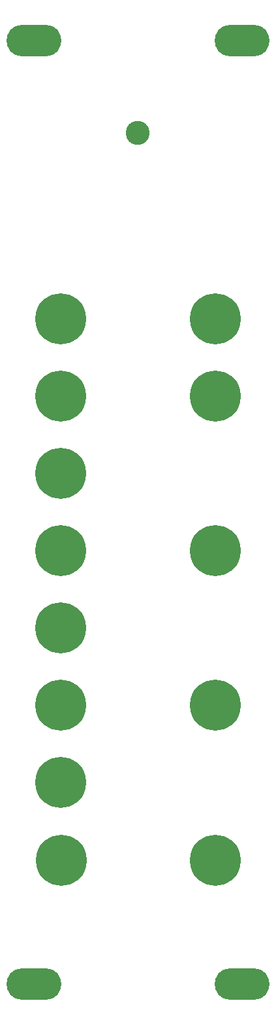
<source format=gbs>
G04 #@! TF.GenerationSoftware,KiCad,Pcbnew,(5.1.9)-1*
G04 #@! TF.CreationDate,2021-04-28T19:28:25+02:00*
G04 #@! TF.ProjectId,KicadJE_Drum_PE78 - Face,4b696361-644a-4455-9f44-72756d5f5045,rev?*
G04 #@! TF.SameCoordinates,Original*
G04 #@! TF.FileFunction,Soldermask,Bot*
G04 #@! TF.FilePolarity,Negative*
%FSLAX46Y46*%
G04 Gerber Fmt 4.6, Leading zero omitted, Abs format (unit mm)*
G04 Created by KiCad (PCBNEW (5.1.9)-1) date 2021-04-28 19:28:25*
%MOMM*%
%LPD*%
G01*
G04 APERTURE LIST*
%ADD10C,6.602000*%
%ADD11O,7.102000X4.102000*%
%ADD12C,3.102000*%
G04 APERTURE END LIST*
D10*
X223000000Y-75000000D03*
X223000000Y-85000000D03*
X203000000Y-75000000D03*
X203000000Y-85000000D03*
X203000000Y-95000000D03*
D11*
X226500000Y-39000000D03*
D10*
X223000000Y-125000000D03*
D11*
X199500000Y-39000000D03*
X199500000Y-161000000D03*
D10*
X203000000Y-105000000D03*
D12*
X213000000Y-51000000D03*
D11*
X226500000Y-161000000D03*
D10*
X203000000Y-115000000D03*
X203075001Y-145000000D03*
X203000000Y-125000000D03*
X223000000Y-105000000D03*
X223000000Y-145000000D03*
X203000000Y-135000000D03*
M02*

</source>
